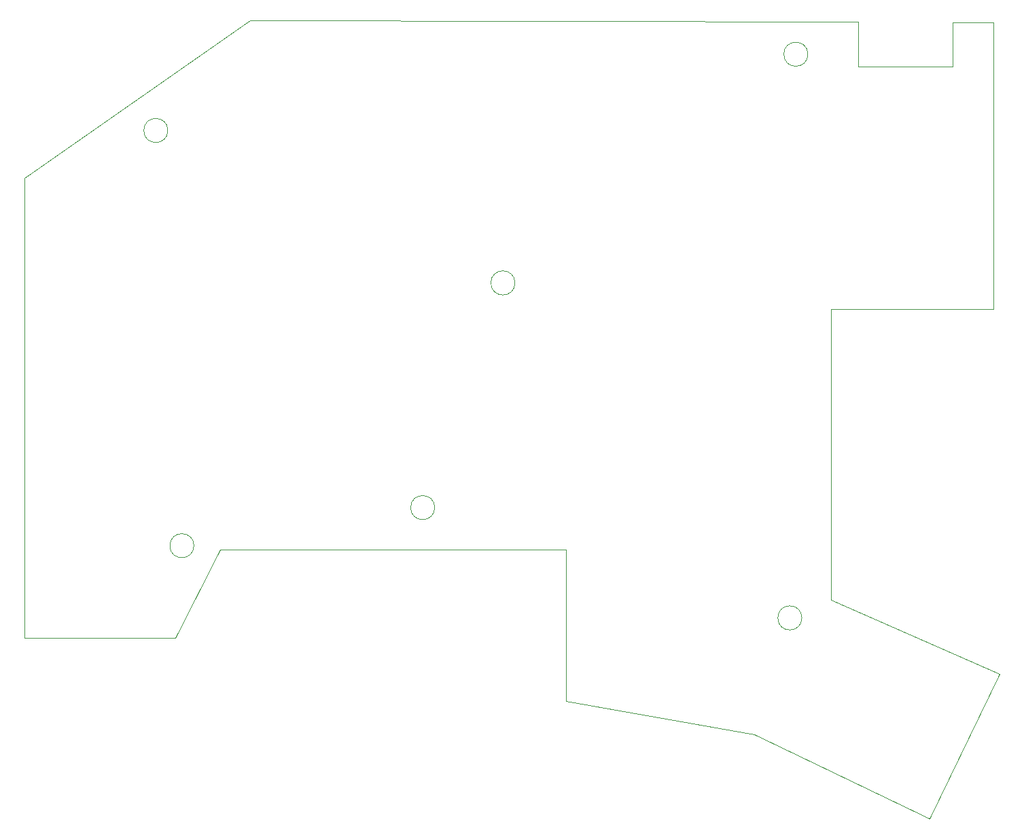
<source format=gbr>
%TF.GenerationSoftware,KiCad,Pcbnew,9.0.2*%
%TF.CreationDate,2025-05-24T14:32:55-04:00*%
%TF.ProjectId,ErgoDecks,4572676f-4465-4636-9b73-2e6b69636164,rev?*%
%TF.SameCoordinates,Original*%
%TF.FileFunction,Profile,NP*%
%FSLAX46Y46*%
G04 Gerber Fmt 4.6, Leading zero omitted, Abs format (unit mm)*
G04 Created by KiCad (PCBNEW 9.0.2) date 2025-05-24 14:32:55*
%MOMM*%
%LPD*%
G01*
G04 APERTURE LIST*
%TA.AperFunction,Profile*%
%ADD10C,0.050000*%
%TD*%
G04 APERTURE END LIST*
D10*
X114750000Y-126750000D02*
G75*
G02*
X111750000Y-126750000I-1500000J0D01*
G01*
X111750000Y-126750000D02*
G75*
G02*
X114750000Y-126750000I1500000J0D01*
G01*
X35750000Y-66000000D02*
G75*
G02*
X32750000Y-66000000I-1500000J0D01*
G01*
X32750000Y-66000000D02*
G75*
G02*
X35750000Y-66000000I1500000J0D01*
G01*
X69000000Y-113000000D02*
G75*
G02*
X66000000Y-113000000I-1500000J0D01*
G01*
X66000000Y-113000000D02*
G75*
G02*
X69000000Y-113000000I1500000J0D01*
G01*
X121750097Y-52466188D02*
X121750000Y-58000000D01*
X133500000Y-58000000D01*
X133500000Y-52500000D01*
X138650000Y-52504145D01*
X138650000Y-88250000D01*
X118400000Y-88250000D01*
X118400000Y-124524393D01*
X139375825Y-133733292D01*
X130638811Y-151789788D01*
X108819898Y-141274650D01*
X85400000Y-137111112D01*
X85400000Y-118250000D01*
X42256383Y-118250000D01*
X36639361Y-129250000D01*
X17900000Y-129250000D01*
X17900000Y-71899991D01*
X45974084Y-52248133D01*
X121750097Y-52466188D01*
X39000000Y-117750000D02*
G75*
G02*
X36000000Y-117750000I-1500000J0D01*
G01*
X36000000Y-117750000D02*
G75*
G02*
X39000000Y-117750000I1500000J0D01*
G01*
X79000000Y-85000000D02*
G75*
G02*
X76000000Y-85000000I-1500000J0D01*
G01*
X76000000Y-85000000D02*
G75*
G02*
X79000000Y-85000000I1500000J0D01*
G01*
X115500000Y-56500000D02*
G75*
G02*
X112500000Y-56500000I-1500000J0D01*
G01*
X112500000Y-56500000D02*
G75*
G02*
X115500000Y-56500000I1500000J0D01*
G01*
M02*

</source>
